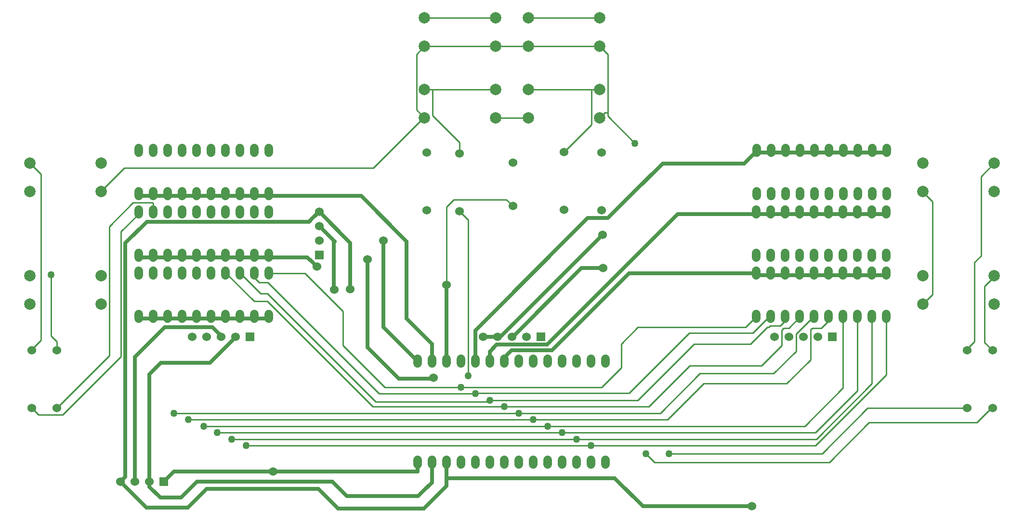
<source format=gbr>
G04 start of page 2 for group 0 idx 0 *
G04 Title: (unknown), top *
G04 Creator: pcb 20140316 *
G04 CreationDate: Thu 02 Mar 2017 04:20:42 AM GMT UTC *
G04 For: vince *
G04 Format: Gerber/RS-274X *
G04 PCB-Dimensions (mil): 6900.00 3900.00 *
G04 PCB-Coordinate-Origin: lower left *
%MOIN*%
%FSLAX25Y25*%
%LNTOP*%
%ADD25C,0.0380*%
%ADD24C,0.0285*%
%ADD23C,0.0850*%
%ADD22C,0.1260*%
%ADD21C,0.0709*%
%ADD20C,0.1250*%
%ADD19C,0.0472*%
%ADD18C,0.0200*%
%ADD17C,0.0350*%
%ADD16C,0.0500*%
%ADD15C,0.0001*%
%ADD14C,0.0787*%
%ADD13C,0.0600*%
%ADD12C,0.0100*%
%ADD11C,0.0250*%
G54D11*X116500Y146500D02*X106500D01*
X96500D01*
X156500D02*X146500D01*
X136500D01*
X126500D01*
X116500D01*
X143750Y134250D02*X137500Y140500D01*
X104500D01*
X84000Y120000D01*
X102000Y116000D02*X94000Y108000D01*
X94500Y108500D01*
X153500Y133500D02*X136000Y116000D01*
X102000D01*
G54D12*X136500Y76500D02*X121000D01*
X146000Y72000D02*X131500D01*
X156500Y67500D02*X141000D01*
X171000Y63000D02*X151000D01*
X171500Y58500D02*X161000D01*
G54D11*X74000Y33500D02*Y32000D01*
X77350Y36850D02*X74000Y33500D01*
X77350Y198700D02*Y36850D01*
X84000Y33500D02*Y120000D01*
G54D12*X74400Y206900D02*Y120350D01*
X66243Y210293D02*Y120743D01*
G54D11*X94000Y33000D02*Y108000D01*
X136500Y189000D02*X126500D01*
X116500D01*
X106500D01*
X96500D01*
X176500D02*X203125D01*
G54D12*X166500Y176500D02*X167000D01*
X166500Y178000D02*Y175000D01*
X157000Y178000D02*X171000Y164000D01*
X175500D01*
X147000Y178000D02*X166500Y158500D01*
X175500D01*
X176500Y178000D02*X201500D01*
X166500Y175000D02*X170000Y171500D01*
X176000D01*
X156500Y178000D02*X157000D01*
X146500D02*X147000D01*
G54D11*X176500Y146500D02*X166500D01*
X156500D01*
X153500Y134000D02*Y133500D01*
X176500Y231500D02*X166500D01*
X156500D01*
X146500D01*
X136500D01*
G54D12*X249000Y251000D02*X76606D01*
G54D11*X177000Y231500D02*X240500D01*
X136500D02*X126500D01*
X116500D01*
X106500D01*
G54D12*X96500Y226050D02*Y219000D01*
G54D11*X204550Y213550D02*X92200D01*
X203125Y189000D02*X205100Y187025D01*
X211500Y210500D02*X222200Y199800D01*
X206050Y215050D02*X204550Y213550D01*
X211500Y220500D02*X206050Y215050D01*
X240500Y231500D02*X272000Y200000D01*
X211500Y220500D02*X233000Y199000D01*
X106500Y231500D02*X96500D01*
X86500D01*
X92200Y213550D02*X77350Y198700D01*
G54D12*X95850Y226700D02*X96500Y226050D01*
X95850Y226700D02*X82650D01*
X76606Y251000D02*X60606Y235000D01*
X86500Y219000D02*X74400Y206900D01*
X82650Y226700D02*X66243Y210293D01*
X11394Y254343D02*Y254106D01*
X19000Y246500D01*
G54D11*X166500Y189000D02*X156500D01*
X146500D01*
X136500D01*
X166500D02*X176500D01*
X205000Y187125D02*X205375D01*
X210000Y182500D01*
G54D12*X377000Y45500D02*X379500D01*
X377000D01*
X379500Y48500D02*Y47000D01*
Y48700D01*
X339500Y45500D02*Y47000D01*
Y48500D01*
X319000Y95000D02*X319500Y94500D01*
X328500Y89000D02*X329500Y90000D01*
X320000Y95000D02*X319500Y94500D01*
G54D11*X96500Y146500D02*X86500D01*
X96500Y189000D02*X86500D01*
G54D12*X19000Y246500D02*Y131500D01*
X12000Y124500D01*
X30000D02*Y130500D01*
X26000Y134500D01*
Y177000D01*
X12500Y84500D02*X17200Y79800D01*
X74400Y120350D02*X33850Y79800D01*
X66243Y120743D02*X30000Y84500D01*
X33850Y79800D02*X17200D01*
G54D11*X272000Y200000D02*Y146500D01*
X221500Y200500D02*Y167000D01*
X233000Y199000D02*Y167000D01*
G54D12*X228000Y151500D02*Y128000D01*
G54D11*X221500Y167000D02*X222000Y166500D01*
G54D12*X201500Y178000D02*X228000Y151500D01*
G54D11*X256000Y200000D02*Y140500D01*
X245000Y187500D02*Y126500D01*
X256000Y140500D02*X279500Y117000D01*
G54D12*X228000Y128000D02*X257000Y99000D01*
X175500Y164000D02*X250500Y89000D01*
X175500Y158500D02*X248500Y85500D01*
G54D11*X245000Y126500D02*X266500Y105000D01*
G54D12*X176000Y171500D02*X253000Y94500D01*
X250500Y89000D02*X328500D01*
X248500Y85500D02*X339500D01*
G54D11*X266500Y105000D02*X289500D01*
X290000Y104500D01*
G54D12*X319500Y94500D02*X253000D01*
X359500Y76500D02*X135000D01*
G54D11*X289500Y117000D02*Y129000D01*
X272000Y146500D01*
X325000Y134000D02*X337000D01*
X339500Y119500D02*X344500Y124500D01*
X372500D01*
X345000Y134000D02*X346000D01*
X299500Y117000D02*Y169500D01*
X339500Y117000D02*Y119500D01*
X335500Y134000D02*X336500D01*
G54D12*X314500Y107000D02*Y215000D01*
X308500Y221000D01*
X299500Y170000D02*Y224000D01*
X304500Y229000D01*
X341000D01*
X345500Y224500D01*
G54D11*Y134000D02*X393000Y181500D01*
X408000D01*
X337000Y134000D02*X407500Y204500D01*
X319550Y118500D02*X319500Y117000D01*
X319550Y115500D01*
X319500D01*
X319550Y138225D02*Y118500D01*
X369225Y128550D02*X334375D01*
X329500Y123675D02*Y118500D01*
G54D12*X257000Y99000D02*X407000D01*
X426000Y95000D02*X320000D01*
X432000Y90000D02*X329500D01*
X407000Y99000D02*X420500Y112500D01*
Y129000D01*
X432000Y140500D01*
G54D11*X279500Y45500D02*Y40500D01*
G54D12*X309500Y48500D02*Y47000D01*
X443500D02*X437500Y53000D01*
X145000Y72000D02*X547500D01*
X155000Y67500D02*X555000D01*
X169500Y63000D02*X555500D01*
G54D11*X299500Y36000D02*X416000D01*
G54D12*X111000Y81000D02*X447500D01*
X169500Y58500D02*X555000D01*
X555500Y59000D01*
G54D11*X289500Y45500D02*Y32975D01*
X299500Y45500D02*Y36800D01*
X289500Y32975D02*X283625Y27100D01*
X299500Y30500D02*X284000Y15000D01*
X299500Y37000D02*Y30500D01*
X279500Y40500D02*X111000D01*
X127000Y33500D02*X220500D01*
X129500Y24500D02*X133500Y28500D01*
X211000D01*
X220500Y33500D02*X230500Y23500D01*
X280025D01*
X284263Y27737D01*
X211000Y28500D02*X224500Y15000D01*
X284000D01*
X416000Y36000D02*X435500Y16500D01*
X511000D01*
X111000Y40500D02*X104000Y33500D01*
X101500Y22500D02*X116000D01*
X127000Y33500D01*
X130000Y25000D02*X120500Y15500D01*
X92000D01*
X94000Y33500D02*Y30000D01*
X101500Y22500D01*
X92000Y15500D02*X74000Y33500D01*
G54D12*X551500Y118000D02*X535000Y101500D01*
X526000Y108500D02*X475000D01*
X535000Y101500D02*X477500D01*
X475000Y108500D02*X447500Y81000D01*
X477500Y101500D02*X452500Y76500D01*
X547500Y72000D02*X548000Y72500D01*
X555500Y63000D02*X556000Y63500D01*
X559500Y53000D02*X453500D01*
X564500Y47000D02*X443500D01*
G54D11*X524000Y176500D02*X514000D01*
X534000D02*X524000D01*
X544000D02*X534000D01*
G54D12*X511500Y136500D02*X467500D01*
X510000Y129000D02*X471000D01*
X517500Y114000D02*X468000D01*
X467500Y136500D02*X426000Y95000D01*
X471000Y129000D02*X432000Y90000D01*
X468000Y114000D02*X439500Y85500D01*
X531500Y128000D02*X517500Y114000D01*
X541500Y136000D02*Y124000D01*
X526000Y108500D01*
X553500Y148000D02*X541500Y136000D01*
X553000Y140000D02*X552500Y139500D01*
X552000D01*
X551500Y139000D01*
X564000Y148000D02*Y145000D01*
X559000Y140000D01*
X553000D01*
X551500Y139000D02*Y118000D01*
X574000Y148000D02*Y98500D01*
X506500Y140500D02*X514000Y148000D01*
X524000D02*X523000D01*
X511500Y136500D01*
X523500Y141500D02*X522500Y140500D01*
X521500D01*
X510000Y129000D01*
X534000Y148000D02*Y145000D01*
X544000Y147500D02*X536500Y140000D01*
X533000D01*
X534000Y145000D02*X530500Y141500D01*
X533000Y140000D02*X531500Y138500D01*
Y128000D01*
X530500Y141500D02*X523500D01*
X574000Y98500D02*X547500Y72000D01*
X584000Y96500D02*X555000Y67500D01*
X594000Y101500D02*X555500Y63000D01*
X604000Y107500D02*X555000Y58500D01*
X591000Y84500D02*X559500Y53000D01*
X584000Y148000D02*Y96500D01*
X594000Y148000D02*Y101500D01*
X604000Y148000D02*Y107500D01*
X660000Y84500D02*X591000D01*
X677500D02*X676500D01*
X666500Y74500D01*
X592000D01*
X564500Y47000D01*
G54D11*X431000Y190325D02*X369225Y128550D01*
X372500Y124500D02*X426000Y178000D01*
X524000Y219000D02*X514000D01*
X459675D02*X431000Y190325D01*
X514000Y219000D02*X459675D01*
X426000Y178000D02*X514000D01*
G54D12*X432000Y140500D02*X506500D01*
G54D11*X334375Y128550D02*X329500Y123675D01*
X319550Y118500D02*X319500D01*
X397375Y216050D02*X319550Y138225D01*
X411225Y216050D02*X397375D01*
G54D12*X439500Y85500D02*X339000D01*
X452500Y76500D02*X360000D01*
G54D11*X427300Y232125D02*X411225Y216050D01*
X449175Y254000D02*X427300Y232125D01*
G54D12*X356394Y285657D02*X333606D01*
X356394Y335157D02*X333606D01*
X405606D02*X411243Y329520D01*
X405606Y354843D02*X356394D01*
X399969Y305343D02*X356394D01*
X405606Y335157D02*X356394D01*
X411243Y329520D02*Y289250D01*
X284394Y335157D02*X278757Y329520D01*
X333606Y335157D02*X284394D01*
X278757Y329520D02*Y291294D01*
X284394Y305343D02*X287212D01*
X290031D02*X287212D01*
X333606D02*X290031D01*
X333606Y354843D02*X284394D01*
X402788Y305343D02*X399969D01*
X405606D02*X402788D01*
X399969D01*
X405606D02*X402788D01*
X399969D02*Y280969D01*
X405606Y286431D02*Y285657D01*
X411243Y289250D02*X409199D01*
X411243Y289500D02*Y286757D01*
X409199Y289250D02*X405606Y285657D01*
X399969Y280969D02*X381000Y262000D01*
X411243Y286757D02*X430000Y268000D01*
X405606Y285657D02*Y286431D01*
X290031Y305343D02*Y287116D01*
Y305343D02*X287212D01*
X284394D01*
X304607Y272540D02*X308500Y268647D01*
X283657Y285657D02*X249000Y251000D01*
X308500Y268647D02*Y261000D01*
X284394Y285657D02*X283657D01*
X278757Y291294D02*X284394Y285657D01*
X290031Y287116D02*X304607Y272540D01*
G54D11*X594000Y176500D02*X584000D01*
X604000D02*X594000D01*
X534000Y219000D02*X524000D01*
X544000D02*X534000D01*
X554000D02*X544000D01*
X564000D02*X554000D01*
X574000D02*X564000D01*
X584000D02*X574000D01*
X594000D02*X584000D01*
X604000D02*X594000D01*
G54D12*X629394Y234657D02*Y234106D01*
X636000Y227500D01*
Y163264D01*
X629394Y234394D02*Y234606D01*
G54D11*X524106Y261657D02*X514106D01*
X513339D01*
X534106D02*X524106D01*
X544106D02*X534106D01*
X554106D02*X544106D01*
X564106D02*X554106D01*
X574106D02*X564106D01*
X584106D02*X574106D01*
X594106D02*X584106D01*
X604106D02*X594106D01*
X508550Y256869D02*X505681Y254000D01*
X449175D01*
X513339Y261657D02*X508550Y256869D01*
X513339Y261657D02*X514106Y263157D01*
X513339Y264657D01*
X514106D01*
G54D12*X678606Y176343D02*Y175606D01*
X669500Y190000D02*X665000Y185500D01*
X678500Y254236D02*X678882Y254618D01*
X679000Y254736D02*Y254500D01*
X669500Y245000D01*
Y190000D01*
X665000Y130500D02*Y185500D01*
G54D11*X554000Y176500D02*X544000D01*
X564000D02*X554000D01*
X574000D02*X564000D01*
X584000D02*X574000D01*
G54D12*X636000Y163264D02*X629394Y156657D01*
X678606Y175606D02*X672000Y169000D01*
Y130000D01*
X677500Y124500D01*
X660000D02*Y125500D01*
X665000Y130500D01*
X544000Y148000D02*Y147500D01*
X554000Y148000D02*X553500D01*
G54D13*X604106Y263157D03*
X604000Y178000D03*
Y220500D03*
Y190500D03*
X594106Y263157D03*
X594000Y178000D03*
Y220500D03*
Y190500D03*
G54D14*X629394Y254343D03*
X678606D03*
X629394Y176343D03*
X678606D03*
G54D13*X574106Y263157D03*
X564106D03*
X554106D03*
X544106D03*
X534106D03*
X524106D03*
X514106D03*
Y233157D03*
X524106D03*
X534106D03*
X544106D03*
X554106D03*
X564106D03*
X574106D03*
X584106D03*
X594106D03*
X604106D03*
G54D14*X629394Y234657D03*
X678606D03*
X284394Y305343D03*
Y354843D03*
Y335157D03*
Y285657D03*
G54D13*X308500Y221000D03*
Y261000D03*
X286000Y221500D03*
Y261500D03*
G54D14*X333606Y305343D03*
Y285657D03*
X356394Y305343D03*
Y285657D03*
G54D13*X345500Y254500D03*
G54D14*X333606Y354843D03*
Y335157D03*
X356394Y354843D03*
X405606D03*
X356394Y335157D03*
X405606D03*
Y305343D03*
Y285657D03*
G54D13*X407000Y221500D03*
Y261500D03*
X381000Y262000D03*
Y222000D03*
X345500Y224500D03*
X584000Y178000D03*
X574000D03*
X564000D03*
X554000D03*
X544000D03*
X534000D03*
X524000D03*
X514000D03*
Y190500D03*
X524000D03*
X534000D03*
X544000D03*
X554000D03*
X564000D03*
X574000D03*
X584000D03*
X584106Y263157D03*
X584000Y220500D03*
X574000D03*
X564000D03*
X554000D03*
X544000D03*
X534000D03*
X524000D03*
X514000D03*
X156500Y233000D03*
Y220500D03*
X146500D03*
X166500Y233000D03*
Y220500D03*
X176500Y233000D03*
Y220500D03*
Y263000D03*
X166500D03*
X156500D03*
X211500Y220500D03*
X116500Y233000D03*
X126500D03*
X136500D03*
X146500D03*
X86500D03*
X96500D03*
X106500D03*
G54D14*X11394Y254343D03*
X60606D03*
X11394Y234657D03*
X60606D03*
G54D13*X146500Y263000D03*
X136500D03*
X126500D03*
X116500D03*
X106500D03*
X96500D03*
X86500D03*
X136500Y220500D03*
X126500D03*
X116500D03*
X106500D03*
X96500D03*
X86500D03*
X279500Y117000D03*
X289500D03*
X299500D03*
X309500D03*
X319500D03*
X329500D03*
X339500D03*
X349500D03*
X325000Y134000D03*
X335000D03*
X345000D03*
X355000D03*
G54D15*G36*
X362000Y137000D02*Y131000D01*
X368000D01*
Y137000D01*
X362000D01*
G37*
G54D13*X359500Y117000D03*
X369500D03*
X379500D03*
X389500D03*
X399500D03*
X409500D03*
Y47000D03*
X399500D03*
X389500D03*
X379500D03*
X369500D03*
X359500D03*
X349500D03*
X339500D03*
X329500D03*
X319500D03*
X309500D03*
X299500D03*
X289500D03*
X279500D03*
X526500Y134000D03*
X514000Y148000D03*
X524000D03*
X534000D03*
X536500Y134000D03*
X546500D03*
X556500D03*
G54D15*G36*
X563500Y137000D02*Y131000D01*
X569500D01*
Y137000D01*
X563500D01*
G37*
G54D13*X544000Y148000D03*
X554000D03*
X564000D03*
X574000D03*
X584000D03*
X594000D03*
X604000D03*
G54D14*X629394Y156657D03*
X678606D03*
G54D13*X677500Y84500D03*
Y124500D03*
X660000Y84500D03*
Y124500D03*
X86500Y190500D03*
X96500D03*
X106500D03*
G54D15*G36*
X101000Y36500D02*Y30500D01*
X107000D01*
Y36500D01*
X101000D01*
G37*
G54D13*X94000Y33500D03*
X84000D03*
X74000D03*
G54D14*X11394Y176343D03*
X60606D03*
Y156657D03*
X11394D03*
G54D13*X30000Y84500D03*
Y124500D03*
X12500Y84500D03*
Y124500D03*
X116500Y190500D03*
X126500D03*
X136500D03*
X146500Y178000D03*
X136500D03*
X126500D03*
X116500D03*
X106500D03*
X96500D03*
X86500D03*
G54D15*G36*
X208500Y193500D02*Y187500D01*
X214500D01*
Y193500D01*
X208500D01*
G37*
G54D13*X211500Y200500D03*
Y210500D03*
X146500Y190500D03*
X156500D03*
Y178000D03*
Y148000D03*
X166500D03*
X176500D03*
X166500Y190500D03*
X176500D03*
Y178000D03*
X166500D03*
X86500Y148000D03*
X96500D03*
X106500D03*
X116500D03*
X126500D03*
X123500Y134000D03*
X136500Y148000D03*
X146500D03*
X133500Y134000D03*
X143500D03*
X153500D03*
G54D15*G36*
X160500Y137000D02*Y131000D01*
X166500D01*
Y137000D01*
X160500D01*
G37*
G54D13*X86500Y192000D02*Y189000D01*
X96500Y192000D02*Y189000D01*
X106500Y192000D02*Y189000D01*
X116500Y192000D02*Y189000D01*
X86500Y149500D02*Y146500D01*
X96500Y149500D02*Y146500D01*
X106500Y149500D02*Y146500D01*
X116500Y149500D02*Y146500D01*
X126500Y149500D02*Y146500D01*
X136500Y149500D02*Y146500D01*
X146500Y149500D02*Y146500D01*
X126500Y192000D02*Y189000D01*
X136500Y192000D02*Y189000D01*
X146500Y192000D02*Y189000D01*
Y179500D02*Y176500D01*
X136500Y179500D02*Y176500D01*
X126500Y179500D02*Y176500D01*
X116500Y179500D02*Y176500D01*
X106500Y179500D02*Y176500D01*
X96500Y179500D02*Y176500D01*
X86500Y179500D02*Y176500D01*
X156500Y192000D02*Y189000D01*
X166500Y192000D02*Y189000D01*
X176500Y192000D02*Y189000D01*
Y179500D02*Y176500D01*
X166500Y179500D02*Y176500D01*
X156500Y179500D02*Y176500D01*
Y149500D02*Y146500D01*
X166500Y149500D02*Y146500D01*
X176500Y149500D02*Y146500D01*
X146500Y234500D02*Y231500D01*
Y222000D02*Y219000D01*
X156500Y234500D02*Y231500D01*
X166500Y234500D02*Y231500D01*
X176500Y222000D02*Y219000D01*
X166500Y222000D02*Y219000D01*
X156500Y222000D02*Y219000D01*
X106500Y234500D02*Y231500D01*
X116500Y234500D02*Y231500D01*
X86500Y234500D02*Y231500D01*
X96500Y234500D02*Y231500D01*
X126500Y234500D02*Y231500D01*
X176500Y234500D02*Y231500D01*
Y264500D02*Y261500D01*
X166500Y264500D02*Y261500D01*
X156500Y264500D02*Y261500D01*
X146500Y264500D02*Y261500D01*
X136500Y264500D02*Y261500D01*
X126500Y264500D02*Y261500D01*
X116500Y264500D02*Y261500D01*
X106500Y264500D02*Y261500D01*
X96500Y264500D02*Y261500D01*
X86500Y264500D02*Y261500D01*
X136500Y234500D02*Y231500D01*
Y222000D02*Y219000D01*
X126500Y222000D02*Y219000D01*
X116500Y222000D02*Y219000D01*
X106500Y222000D02*Y219000D01*
X96500Y222000D02*Y219000D01*
X86500Y222000D02*Y219000D01*
X604106Y264657D02*Y261657D01*
X594106Y264657D02*Y261657D01*
X584106Y264657D02*Y261657D01*
X574106Y264657D02*Y261657D01*
X564106Y264657D02*Y261657D01*
X554106Y264657D02*Y261657D01*
X544106Y264657D02*Y261657D01*
X534106Y264657D02*Y261657D01*
X524106Y264657D02*Y261657D01*
X514106Y264657D02*Y261657D01*
Y234657D02*Y231657D01*
X524106Y234657D02*Y231657D01*
X534106Y234657D02*Y231657D01*
X544106Y234657D02*Y231657D01*
X554106Y234657D02*Y231657D01*
X564106Y234657D02*Y231657D01*
X574106Y234657D02*Y231657D01*
X574000Y222000D02*Y219000D01*
X564000Y222000D02*Y219000D01*
X554000Y222000D02*Y219000D01*
X544000Y222000D02*Y219000D01*
X534000Y222000D02*Y219000D01*
X524000Y222000D02*Y219000D01*
X514000Y222000D02*Y219000D01*
X584106Y234657D02*Y231657D01*
X594106Y234657D02*Y231657D01*
X604106Y234657D02*Y231657D01*
X604000Y222000D02*Y219000D01*
X594000Y222000D02*Y219000D01*
X584000Y222000D02*Y219000D01*
X279500Y118500D02*Y115500D01*
X289500Y118500D02*Y115500D01*
X299500Y118500D02*Y115500D01*
X309500Y118500D02*Y115500D01*
X319500Y118500D02*Y115500D01*
X329500Y118500D02*Y115500D01*
X339500Y118500D02*Y115500D01*
X349500Y118500D02*Y115500D01*
X359500Y118500D02*Y115500D01*
X369500Y118500D02*Y115500D01*
X379500Y118500D02*Y115500D01*
X389500Y118500D02*Y115500D01*
X399500Y118500D02*Y115500D01*
X409500Y118500D02*Y115500D01*
Y48500D02*Y45500D01*
X399500Y48500D02*Y45500D01*
X389500Y48500D02*Y45500D01*
X379500Y48500D02*Y45500D01*
X369500Y48500D02*Y45500D01*
X359500Y48500D02*Y45500D01*
X349500Y48500D02*Y45500D01*
X339500Y48500D02*Y45500D01*
X329500Y48500D02*Y45500D01*
X319500Y48500D02*Y45500D01*
X309500Y48500D02*Y45500D01*
X299500Y48500D02*Y45500D01*
X289500Y48500D02*Y45500D01*
X279500Y48500D02*Y45500D01*
X604000Y179500D02*Y176500D01*
X594000Y179500D02*Y176500D01*
X584000Y179500D02*Y176500D01*
X574000Y179500D02*Y176500D01*
X564000Y179500D02*Y176500D01*
X554000Y179500D02*Y176500D01*
Y192000D02*Y189000D01*
X564000Y192000D02*Y189000D01*
X574000Y192000D02*Y189000D01*
X584000Y192000D02*Y189000D01*
X594000Y192000D02*Y189000D01*
X604000Y192000D02*Y189000D01*
X514000Y179500D02*Y176500D01*
Y149500D02*Y146500D01*
X524000Y149500D02*Y146500D01*
X534000Y149500D02*Y146500D01*
X544000Y149500D02*Y146500D01*
X554000Y149500D02*Y146500D01*
X564000Y149500D02*Y146500D01*
X574000Y149500D02*Y146500D01*
X584000Y149500D02*Y146500D01*
X594000Y149500D02*Y146500D01*
X604000Y149500D02*Y146500D01*
X544000Y179500D02*Y176500D01*
Y192000D02*Y189000D01*
X534000Y179500D02*Y176500D01*
X524000Y179500D02*Y176500D01*
X514000Y192000D02*Y189000D01*
X524000Y192000D02*Y189000D01*
X534000Y192000D02*Y189000D01*
X210000Y182500D03*
X222000Y166500D03*
G54D16*X26000Y177000D03*
G54D13*X233000Y167000D03*
X245000Y187500D03*
X256000Y200500D03*
G54D16*X430000Y268000D03*
G54D13*X511000Y16500D03*
G54D16*X437500Y53000D03*
X453500D03*
X309500Y99000D03*
X319500Y94500D03*
G54D13*X290500Y105500D03*
G54D16*X314500Y107000D03*
X339500Y85500D03*
X349500Y81000D03*
X359500Y76500D03*
X369500Y72000D03*
G54D13*X299500Y170000D03*
X408000Y181500D03*
X407500Y204500D03*
G54D16*X329500Y90000D03*
X379500Y67500D03*
X389500Y63000D03*
X399500Y58500D03*
X111000Y81000D03*
X121000Y76500D03*
X131500Y72000D03*
X141000Y67500D03*
X151000Y63000D03*
X161000Y58500D03*
G54D13*X179500Y40500D03*
G54D17*G54D18*G54D17*G54D18*G54D17*G54D18*G54D17*G54D18*G54D17*G54D18*G54D17*G54D19*G54D20*G54D21*G54D22*G54D19*G54D21*G54D17*G54D23*G54D17*G54D19*G54D21*G54D19*G54D21*G54D19*G54D21*G54D19*G54D21*G54D24*G54D20*G54D19*G54D24*G54D22*G54D19*G54D21*G54D20*G54D21*G54D19*G54D21*G54D19*G54D21*G54D24*G54D20*G54D24*G54D17*G54D25*G54D23*G54D20*G54D17*G54D19*G54D21*G54D20*G54D19*G54D21*G54D19*G54D17*G54D23*G54D25*G54D17*G54D23*G54D17*G54D23*G54D17*G54D23*G54D25*G54D17*G54D25*G54D23*G54D17*G54D23*G54D17*G54D19*G54D21*G54D24*G54D23*G54D22*G54D17*G54D25*G54D19*G54D21*G54D22*G54D19*G54D23*G54D19*G54D21*G54D24*G54D17*G54D25*G54D17*G54D22*G54D17*G54D25*G54D17*G54D25*G54D23*M02*

</source>
